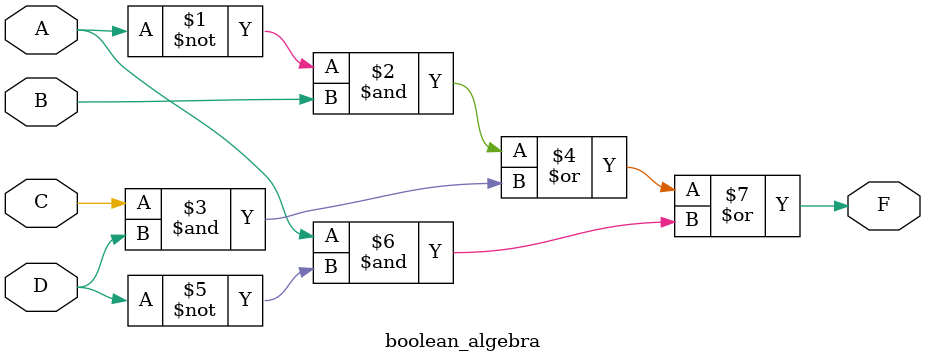
<source format=v>
module boolean_algebra (
    input  wire A,
    input  wire B,
    input  wire C,
    input  wire D,
    output wire F
);

assign F = (~A & B) | (C & D) | (A & ~D);

endmodule

</source>
